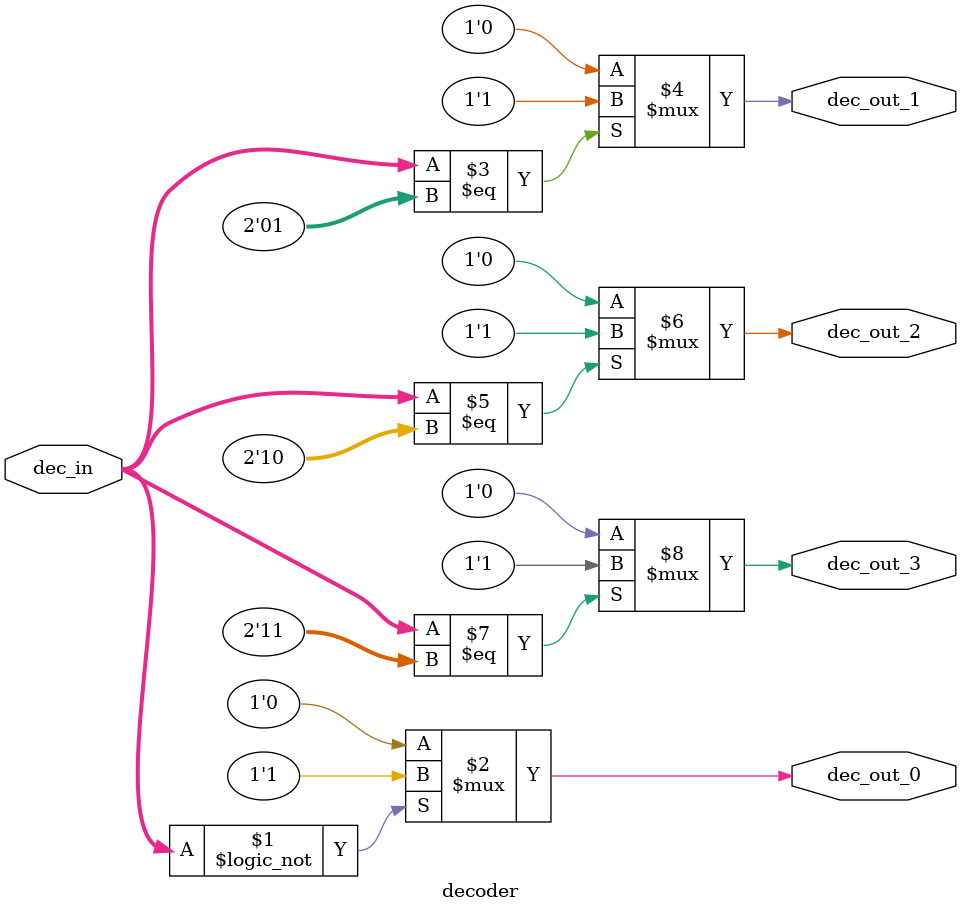
<source format=v>
module decoder (
    input [1:0] dec_in,  
    output reg dec_out_0,
    output reg dec_out_1,
    output reg dec_out_2,
    output reg dec_out_3
);

    assign dec_out_0 = (dec_in == 2'b00) ? 1'b1 : 1'b0;
    assign dec_out_1 = (dec_in == 2'b01) ? 1'b1 : 1'b0; 
    assign dec_out_2 = (dec_in == 2'b10) ? 1'b1 : 1'b0;
    assign dec_out_3 = (dec_in == 2'b11) ? 1'b1 : 1'b0;
endmodule
</source>
